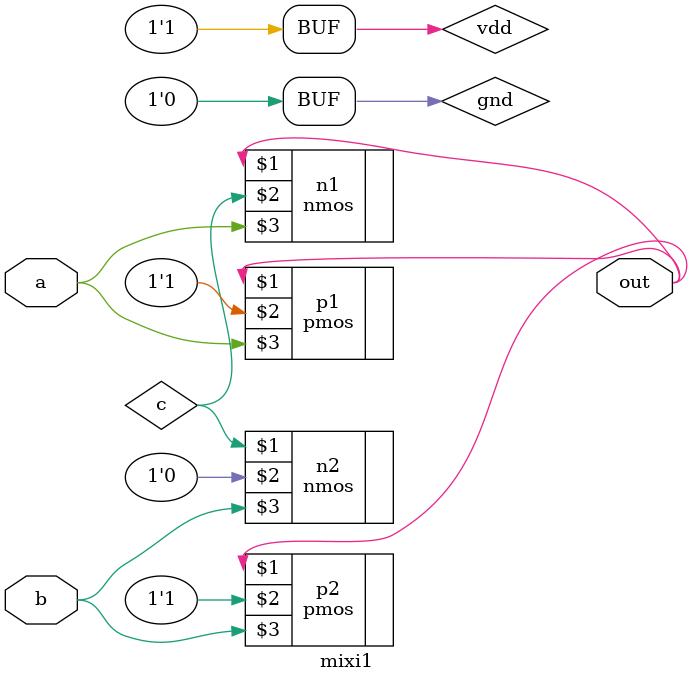
<source format=v>
`timescale 1ns / 1ps

module mixi1(out,a,b);
input a,b;
output out;
wire c;
supply1 vdd;
supply0 gnd;
pmos p1(out,vdd,a);
pmos p2(out,vdd,b);
nmos n1(out,c,a);
nmos n2(c,gnd,b);
endmodule

</source>
